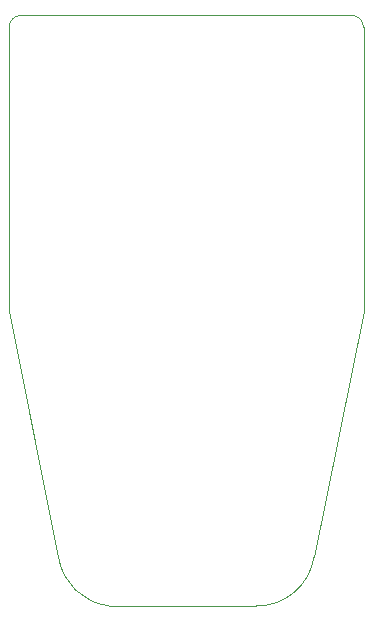
<source format=gbr>
G04 #@! TF.GenerationSoftware,KiCad,Pcbnew,(5.1.5)-3*
G04 #@! TF.CreationDate,2020-09-28T16:56:36+02:00*
G04 #@! TF.ProjectId,MAX30102_Pulse Ox,4d415833-3031-4303-925f-50756c736520,v1.4*
G04 #@! TF.SameCoordinates,Original*
G04 #@! TF.FileFunction,Profile,NP*
%FSLAX46Y46*%
G04 Gerber Fmt 4.6, Leading zero omitted, Abs format (unit mm)*
G04 Created by KiCad (PCBNEW (5.1.5)-3) date 2020-09-28 16:56:36*
%MOMM*%
%LPD*%
G04 APERTURE LIST*
%ADD10C,0.050000*%
G04 APERTURE END LIST*
D10*
X155822704Y-120820940D02*
G75*
G02X150875001Y-124999999I-4847704J720940D01*
G01*
X138444403Y-124997255D02*
X150875001Y-124999999D01*
X138444403Y-124997256D02*
G75*
G02X134175001Y-120874999I576578J4869188D01*
G01*
X131000000Y-75000000D02*
X159000000Y-75000000D01*
X160000000Y-76000000D02*
X160000000Y-100000000D01*
X130000000Y-76000000D02*
X130000000Y-100000000D01*
X159000000Y-75000000D02*
G75*
G02X160000000Y-76000000I0J-1000000D01*
G01*
X130000000Y-76000000D02*
G75*
G02X131000000Y-75000000I1000000J0D01*
G01*
X134175001Y-120874999D02*
X130000000Y-100000000D01*
X155822704Y-120820940D02*
X160000000Y-100000000D01*
M02*

</source>
